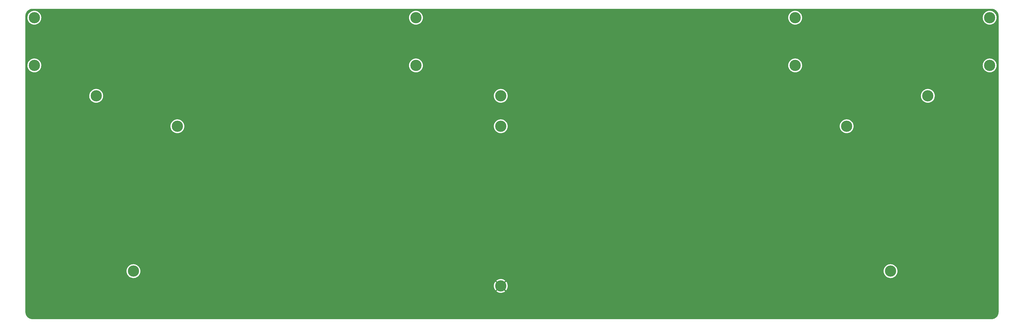
<source format=gbr>
G04 #@! TF.GenerationSoftware,KiCad,Pcbnew,(6.0.5)*
G04 #@! TF.CreationDate,2022-06-28T17:29:57-04:00*
G04 #@! TF.ProjectId,discipline-pcb,64697363-6970-46c6-996e-652d7063622e,rev?*
G04 #@! TF.SameCoordinates,Original*
G04 #@! TF.FileFunction,Copper,L2,Bot*
G04 #@! TF.FilePolarity,Positive*
%FSLAX46Y46*%
G04 Gerber Fmt 4.6, Leading zero omitted, Abs format (unit mm)*
G04 Created by KiCad (PCBNEW (6.0.5)) date 2022-06-28 17:29:57*
%MOMM*%
%LPD*%
G01*
G04 APERTURE LIST*
G04 #@! TA.AperFunction,ComponentPad*
%ADD10C,4.400000*%
G04 #@! TD*
G04 #@! TA.AperFunction,ViaPad*
%ADD11C,0.800000*%
G04 #@! TD*
G04 APERTURE END LIST*
D10*
X23630312Y-80444750D03*
X23630312Y-61694750D03*
X397578048Y-61694750D03*
X397578048Y-80444750D03*
X62429818Y-161146960D03*
X358778542Y-161146960D03*
X79618653Y-104302994D03*
X341589707Y-104302994D03*
X206213345Y-104302994D03*
X321438048Y-80444750D03*
X321438048Y-61694750D03*
X206213345Y-166958110D03*
X373371108Y-92373872D03*
X47837252Y-92373872D03*
X206213345Y-92373872D03*
X172991085Y-61694750D03*
X172991085Y-80444750D03*
D11*
X79617830Y-119024400D03*
G04 #@! TA.AperFunction,Conductor*
G36*
X398241009Y-58204750D02*
G01*
X398255842Y-58207060D01*
X398255846Y-58207060D01*
X398264715Y-58208441D01*
X398273617Y-58207277D01*
X398273619Y-58207277D01*
X398277927Y-58206713D01*
X398282711Y-58206088D01*
X398306108Y-58205222D01*
X398577272Y-58220450D01*
X398591300Y-58222030D01*
X398886758Y-58272230D01*
X398900520Y-58275370D01*
X398987901Y-58300544D01*
X399188499Y-58358335D01*
X399201836Y-58363002D01*
X399478708Y-58477686D01*
X399491439Y-58483817D01*
X399753721Y-58628774D01*
X399765675Y-58636284D01*
X399765692Y-58636296D01*
X400010097Y-58809711D01*
X400021144Y-58818521D01*
X400244597Y-59018211D01*
X400254587Y-59028201D01*
X400285104Y-59062349D01*
X400454278Y-59251655D01*
X400463088Y-59262702D01*
X400636508Y-59507115D01*
X400644025Y-59519079D01*
X400788985Y-59781363D01*
X400795116Y-59794094D01*
X400909797Y-60070962D01*
X400914464Y-60084298D01*
X400997428Y-60372272D01*
X401000570Y-60386040D01*
X401041573Y-60627368D01*
X401050769Y-60681492D01*
X401052350Y-60695527D01*
X401054408Y-60732156D01*
X401067169Y-60959392D01*
X401065867Y-60985838D01*
X401064357Y-60995532D01*
X401067159Y-61016958D01*
X401068484Y-61027091D01*
X401069548Y-61043429D01*
X401069548Y-177145799D01*
X401068048Y-177165183D01*
X401064357Y-177188890D01*
X401065521Y-177197792D01*
X401065521Y-177197795D01*
X401066710Y-177206884D01*
X401067576Y-177230284D01*
X401052352Y-177501443D01*
X401050771Y-177515476D01*
X401041576Y-177569598D01*
X401000574Y-177810933D01*
X400997430Y-177824708D01*
X400914469Y-178112682D01*
X400909802Y-178126019D01*
X400795124Y-178402881D01*
X400788994Y-178415612D01*
X400644028Y-178677913D01*
X400636510Y-178689877D01*
X400463096Y-178934285D01*
X400454286Y-178945332D01*
X400254600Y-179168783D01*
X400244609Y-179178775D01*
X400021145Y-179378475D01*
X400010098Y-179387284D01*
X399765696Y-179560698D01*
X399753732Y-179568216D01*
X399491437Y-179713182D01*
X399478714Y-179719309D01*
X399476136Y-179720377D01*
X399201841Y-179833994D01*
X399188504Y-179838661D01*
X398900531Y-179921624D01*
X398886756Y-179924768D01*
X398739032Y-179949867D01*
X398591303Y-179974968D01*
X398577270Y-179976549D01*
X398313530Y-179991359D01*
X398287082Y-179990056D01*
X398286691Y-179989995D01*
X398286139Y-179989909D01*
X398286137Y-179989909D01*
X398277267Y-179988528D01*
X398268365Y-179989692D01*
X398268363Y-179989692D01*
X398253314Y-179991660D01*
X398245705Y-179992655D01*
X398229370Y-179993719D01*
X22989449Y-179993719D01*
X22970177Y-179992236D01*
X22955054Y-179989895D01*
X22955052Y-179989895D01*
X22946181Y-179988522D01*
X22937280Y-179989694D01*
X22928187Y-179990891D01*
X22904788Y-179991777D01*
X22633621Y-179976795D01*
X22619579Y-179975226D01*
X22324081Y-179925295D01*
X22310303Y-179922163D01*
X22022264Y-179839464D01*
X22008922Y-179834809D01*
X21731950Y-179720377D01*
X21719215Y-179714258D01*
X21456794Y-179569534D01*
X21444823Y-179562028D01*
X21200261Y-179388836D01*
X21189205Y-179380036D01*
X21122360Y-179320408D01*
X20965565Y-179180543D01*
X20955566Y-179170562D01*
X20755673Y-178947290D01*
X20746853Y-178936251D01*
X20573213Y-178691998D01*
X20565685Y-178680041D01*
X20420485Y-178417884D01*
X20414343Y-178405159D01*
X20372375Y-178304097D01*
X20299410Y-178128396D01*
X20294731Y-178115063D01*
X20245233Y-177943834D01*
X20211508Y-177827169D01*
X20208352Y-177813402D01*
X20157883Y-177517989D01*
X20156289Y-177503949D01*
X20141232Y-177240102D01*
X20142509Y-177213654D01*
X20142635Y-177212842D01*
X20142635Y-177212839D01*
X20144008Y-177203969D01*
X20139890Y-177172696D01*
X20138812Y-177156246D01*
X20138812Y-169044533D01*
X204492048Y-169044533D01*
X204499572Y-169054964D01*
X204638828Y-169167130D01*
X204645002Y-169171518D01*
X204915616Y-169340288D01*
X204922276Y-169343904D01*
X205211197Y-169478937D01*
X205218250Y-169481730D01*
X205521315Y-169581080D01*
X205528627Y-169582998D01*
X205841437Y-169645219D01*
X205848935Y-169646247D01*
X206166955Y-169670438D01*
X206174518Y-169670556D01*
X206493130Y-169656367D01*
X206500671Y-169655575D01*
X206815269Y-169603211D01*
X206822647Y-169601521D01*
X207128700Y-169511735D01*
X207135795Y-169509181D01*
X207428841Y-169383279D01*
X207435608Y-169379875D01*
X207711387Y-169219690D01*
X207717694Y-169215500D01*
X207927650Y-169056999D01*
X207936106Y-169045606D01*
X207929390Y-169033366D01*
X206226155Y-167330130D01*
X206212214Y-167322518D01*
X206210379Y-167322649D01*
X206203765Y-167326900D01*
X204499163Y-169031503D01*
X204492048Y-169044533D01*
X20138812Y-169044533D01*
X20138812Y-166933493D01*
X203500733Y-166933493D01*
X203516590Y-167252024D01*
X203517421Y-167259553D01*
X203571430Y-167573869D01*
X203573163Y-167581256D01*
X203664541Y-167886805D01*
X203667144Y-167893918D01*
X203794572Y-168186283D01*
X203798014Y-168193039D01*
X203959641Y-168467975D01*
X203963864Y-168474260D01*
X204114808Y-168672044D01*
X204126334Y-168680506D01*
X204138399Y-168673845D01*
X205841325Y-166970920D01*
X205847702Y-166959241D01*
X206577753Y-166959241D01*
X206577884Y-166961076D01*
X206582135Y-166967690D01*
X208286630Y-168672184D01*
X208299753Y-168679350D01*
X208310054Y-168671961D01*
X208414096Y-168544165D01*
X208418509Y-168538024D01*
X208588694Y-168268297D01*
X208592350Y-168261646D01*
X208728889Y-167973445D01*
X208731720Y-167966405D01*
X208832651Y-167663877D01*
X208834615Y-167656543D01*
X208898467Y-167344099D01*
X208899539Y-167336575D01*
X208925518Y-167017161D01*
X208925723Y-167012686D01*
X208926272Y-166960331D01*
X208926162Y-166955899D01*
X208906874Y-166635963D01*
X208905966Y-166628461D01*
X208848664Y-166314703D01*
X208846863Y-166307370D01*
X208752280Y-166002765D01*
X208749608Y-165995693D01*
X208619126Y-165704680D01*
X208615609Y-165697953D01*
X208451116Y-165424731D01*
X208446826Y-165418487D01*
X208311336Y-165244757D01*
X208299544Y-165236288D01*
X208287831Y-165242835D01*
X206585365Y-166945300D01*
X206577753Y-166959241D01*
X205847702Y-166959241D01*
X205848937Y-166956979D01*
X205848806Y-166955144D01*
X205844555Y-166948530D01*
X204139790Y-165243766D01*
X204126855Y-165236702D01*
X204116294Y-165244362D01*
X203996111Y-165395182D01*
X203991755Y-165401380D01*
X203824404Y-165672874D01*
X203820824Y-165679550D01*
X203687301Y-165969184D01*
X203684551Y-165976235D01*
X203586789Y-166279818D01*
X203584906Y-166287151D01*
X203524324Y-166600280D01*
X203523337Y-166607780D01*
X203500812Y-166925912D01*
X203500733Y-166933493D01*
X20138812Y-166933493D01*
X20138812Y-164871533D01*
X204491262Y-164871533D01*
X204497865Y-164883419D01*
X206200535Y-166586090D01*
X206214476Y-166593702D01*
X206216311Y-166593571D01*
X206222925Y-166589320D01*
X207927904Y-164884340D01*
X207934916Y-164871499D01*
X207927122Y-164860811D01*
X207764643Y-164732723D01*
X207758420Y-164728398D01*
X207486047Y-164562467D01*
X207479370Y-164558932D01*
X207189031Y-164426923D01*
X207181961Y-164424209D01*
X206877882Y-164328042D01*
X206870531Y-164326195D01*
X206557091Y-164267252D01*
X206549582Y-164266304D01*
X206231334Y-164245445D01*
X206223769Y-164245405D01*
X205905309Y-164262931D01*
X205897795Y-164263800D01*
X205583750Y-164319458D01*
X205576389Y-164321225D01*
X205271325Y-164414202D01*
X205264205Y-164416850D01*
X204972527Y-164545800D01*
X204965790Y-164549277D01*
X204691700Y-164712343D01*
X204685436Y-164716600D01*
X204499730Y-164859872D01*
X204491262Y-164871533D01*
X20138812Y-164871533D01*
X20138812Y-161118545D01*
X59716516Y-161118545D01*
X59732754Y-161444719D01*
X59733395Y-161448450D01*
X59733396Y-161448458D01*
X59747927Y-161533020D01*
X59788059Y-161766579D01*
X59881632Y-162079464D01*
X60012115Y-162378841D01*
X60014038Y-162382112D01*
X60014040Y-162382116D01*
X60056402Y-162454175D01*
X60177620Y-162660374D01*
X60179921Y-162663389D01*
X60373449Y-162916972D01*
X60373454Y-162916977D01*
X60375749Y-162919985D01*
X60603632Y-163153913D01*
X60676453Y-163212567D01*
X60855014Y-163356391D01*
X60855019Y-163356395D01*
X60857967Y-163358769D01*
X61135071Y-163531587D01*
X61430930Y-163669863D01*
X61741258Y-163771594D01*
X62061560Y-163835306D01*
X62065332Y-163835593D01*
X62065340Y-163835594D01*
X62383420Y-163859789D01*
X62383425Y-163859789D01*
X62387197Y-163860076D01*
X62713451Y-163845546D01*
X62773243Y-163835594D01*
X63031855Y-163792550D01*
X63031860Y-163792549D01*
X63035596Y-163791927D01*
X63348967Y-163699994D01*
X63352434Y-163698504D01*
X63352438Y-163698503D01*
X63645539Y-163572576D01*
X63645541Y-163572575D01*
X63649023Y-163571079D01*
X63931419Y-163407051D01*
X64192063Y-163210284D01*
X64427181Y-162983630D01*
X64633367Y-162730370D01*
X64807633Y-162454175D01*
X64947456Y-162159044D01*
X64974006Y-162079464D01*
X65049608Y-161852857D01*
X65049610Y-161852851D01*
X65050810Y-161849253D01*
X65116199Y-161529289D01*
X65122774Y-161448458D01*
X65142492Y-161206021D01*
X65142674Y-161203786D01*
X65143269Y-161146960D01*
X65141556Y-161118545D01*
X356065240Y-161118545D01*
X356081478Y-161444719D01*
X356082119Y-161448450D01*
X356082120Y-161448458D01*
X356096651Y-161533020D01*
X356136783Y-161766579D01*
X356230356Y-162079464D01*
X356360839Y-162378841D01*
X356362762Y-162382112D01*
X356362764Y-162382116D01*
X356405126Y-162454175D01*
X356526344Y-162660374D01*
X356528645Y-162663389D01*
X356722173Y-162916972D01*
X356722178Y-162916977D01*
X356724473Y-162919985D01*
X356952356Y-163153913D01*
X357025177Y-163212567D01*
X357203738Y-163356391D01*
X357203743Y-163356395D01*
X357206691Y-163358769D01*
X357483795Y-163531587D01*
X357779654Y-163669863D01*
X358089982Y-163771594D01*
X358410284Y-163835306D01*
X358414056Y-163835593D01*
X358414064Y-163835594D01*
X358732144Y-163859789D01*
X358732149Y-163859789D01*
X358735921Y-163860076D01*
X359062175Y-163845546D01*
X359121967Y-163835594D01*
X359380579Y-163792550D01*
X359380584Y-163792549D01*
X359384320Y-163791927D01*
X359697691Y-163699994D01*
X359701158Y-163698504D01*
X359701162Y-163698503D01*
X359994263Y-163572576D01*
X359994265Y-163572575D01*
X359997747Y-163571079D01*
X360280143Y-163407051D01*
X360540787Y-163210284D01*
X360775905Y-162983630D01*
X360982091Y-162730370D01*
X361156357Y-162454175D01*
X361296180Y-162159044D01*
X361322730Y-162079464D01*
X361398332Y-161852857D01*
X361398334Y-161852851D01*
X361399534Y-161849253D01*
X361464923Y-161529289D01*
X361471498Y-161448458D01*
X361491216Y-161206021D01*
X361491398Y-161203786D01*
X361491993Y-161146960D01*
X361490052Y-161114756D01*
X361472568Y-160824753D01*
X361472568Y-160824749D01*
X361472340Y-160820975D01*
X361467192Y-160792784D01*
X361414347Y-160503433D01*
X361414346Y-160503429D01*
X361413667Y-160499711D01*
X361406264Y-160475867D01*
X361317946Y-160191437D01*
X361316824Y-160187823D01*
X361183212Y-159889829D01*
X361014768Y-159610044D01*
X361012441Y-159607060D01*
X361012436Y-159607053D01*
X360816268Y-159355518D01*
X360816266Y-159355516D01*
X360813932Y-159352523D01*
X360583612Y-159120994D01*
X360327145Y-158918812D01*
X360048247Y-158748905D01*
X360044803Y-158747339D01*
X360044799Y-158747337D01*
X359934209Y-158697055D01*
X359750956Y-158613735D01*
X359439579Y-158515260D01*
X359222034Y-158474350D01*
X359122351Y-158455605D01*
X359122349Y-158455605D01*
X359118628Y-158454905D01*
X358792750Y-158433546D01*
X358788970Y-158433754D01*
X358788969Y-158433754D01*
X358691439Y-158439122D01*
X358466666Y-158451492D01*
X358462939Y-158452153D01*
X358462935Y-158452153D01*
X358305883Y-158479987D01*
X358145099Y-158508482D01*
X358141483Y-158509584D01*
X358141475Y-158509586D01*
X357836331Y-158602587D01*
X357832709Y-158603691D01*
X357534019Y-158735741D01*
X357508583Y-158750874D01*
X357256616Y-158900777D01*
X357256610Y-158900781D01*
X357253356Y-158902717D01*
X356994786Y-159102203D01*
X356762055Y-159331307D01*
X356759691Y-159334274D01*
X356759688Y-159334277D01*
X356742762Y-159355518D01*
X356558533Y-159586711D01*
X356387168Y-159864717D01*
X356250444Y-160161296D01*
X356249283Y-160164900D01*
X356249283Y-160164901D01*
X356240738Y-160191437D01*
X356150339Y-160472152D01*
X356149621Y-160475863D01*
X356149620Y-160475867D01*
X356089024Y-160789065D01*
X356089023Y-160789074D01*
X356088305Y-160792784D01*
X356065240Y-161118545D01*
X65141556Y-161118545D01*
X65141328Y-161114756D01*
X65123844Y-160824753D01*
X65123844Y-160824749D01*
X65123616Y-160820975D01*
X65118468Y-160792784D01*
X65065623Y-160503433D01*
X65065622Y-160503429D01*
X65064943Y-160499711D01*
X65057540Y-160475867D01*
X64969222Y-160191437D01*
X64968100Y-160187823D01*
X64834488Y-159889829D01*
X64666044Y-159610044D01*
X64663717Y-159607060D01*
X64663712Y-159607053D01*
X64467544Y-159355518D01*
X64467542Y-159355516D01*
X64465208Y-159352523D01*
X64234888Y-159120994D01*
X63978421Y-158918812D01*
X63699523Y-158748905D01*
X63696079Y-158747339D01*
X63696075Y-158747337D01*
X63585485Y-158697055D01*
X63402232Y-158613735D01*
X63090855Y-158515260D01*
X62873310Y-158474350D01*
X62773627Y-158455605D01*
X62773625Y-158455605D01*
X62769904Y-158454905D01*
X62444026Y-158433546D01*
X62440246Y-158433754D01*
X62440245Y-158433754D01*
X62342715Y-158439122D01*
X62117942Y-158451492D01*
X62114215Y-158452153D01*
X62114211Y-158452153D01*
X61957158Y-158479987D01*
X61796375Y-158508482D01*
X61792759Y-158509584D01*
X61792751Y-158509586D01*
X61487607Y-158602587D01*
X61483985Y-158603691D01*
X61185295Y-158735741D01*
X61159859Y-158750874D01*
X60907892Y-158900777D01*
X60907886Y-158900781D01*
X60904632Y-158902717D01*
X60646062Y-159102203D01*
X60413331Y-159331307D01*
X60410967Y-159334274D01*
X60410964Y-159334277D01*
X60394038Y-159355518D01*
X60209809Y-159586711D01*
X60038444Y-159864717D01*
X59901720Y-160161296D01*
X59900559Y-160164900D01*
X59900559Y-160164901D01*
X59892014Y-160191437D01*
X59801615Y-160472152D01*
X59800897Y-160475863D01*
X59800896Y-160475867D01*
X59740300Y-160789065D01*
X59740299Y-160789074D01*
X59739581Y-160792784D01*
X59716516Y-161118545D01*
X20138812Y-161118545D01*
X20138812Y-104274579D01*
X76905351Y-104274579D01*
X76921589Y-104600753D01*
X76922230Y-104604484D01*
X76922231Y-104604492D01*
X76936762Y-104689054D01*
X76976894Y-104922613D01*
X77070467Y-105235498D01*
X77200950Y-105534875D01*
X77202873Y-105538146D01*
X77202875Y-105538150D01*
X77245237Y-105610209D01*
X77366455Y-105816408D01*
X77368756Y-105819423D01*
X77562284Y-106073006D01*
X77562289Y-106073011D01*
X77564584Y-106076019D01*
X77792467Y-106309947D01*
X77865288Y-106368601D01*
X78043849Y-106512425D01*
X78043854Y-106512429D01*
X78046802Y-106514803D01*
X78323906Y-106687621D01*
X78619765Y-106825897D01*
X78930093Y-106927628D01*
X79250395Y-106991340D01*
X79254167Y-106991627D01*
X79254175Y-106991628D01*
X79572255Y-107015823D01*
X79572260Y-107015823D01*
X79576032Y-107016110D01*
X79902286Y-107001580D01*
X79962078Y-106991628D01*
X80220690Y-106948584D01*
X80220695Y-106948583D01*
X80224431Y-106947961D01*
X80537802Y-106856028D01*
X80541269Y-106854538D01*
X80541273Y-106854537D01*
X80834374Y-106728610D01*
X80834376Y-106728609D01*
X80837858Y-106727113D01*
X81120254Y-106563085D01*
X81380898Y-106366318D01*
X81616016Y-106139664D01*
X81822202Y-105886404D01*
X81996468Y-105610209D01*
X82136291Y-105315078D01*
X82162841Y-105235498D01*
X82238443Y-105008891D01*
X82238445Y-105008885D01*
X82239645Y-105005287D01*
X82305034Y-104685323D01*
X82311609Y-104604492D01*
X82331327Y-104362055D01*
X82331509Y-104359820D01*
X82332104Y-104302994D01*
X82330391Y-104274579D01*
X203500043Y-104274579D01*
X203516281Y-104600753D01*
X203516922Y-104604484D01*
X203516923Y-104604492D01*
X203531454Y-104689054D01*
X203571586Y-104922613D01*
X203665159Y-105235498D01*
X203795642Y-105534875D01*
X203797565Y-105538146D01*
X203797567Y-105538150D01*
X203839929Y-105610209D01*
X203961147Y-105816408D01*
X203963448Y-105819423D01*
X204156976Y-106073006D01*
X204156981Y-106073011D01*
X204159276Y-106076019D01*
X204387159Y-106309947D01*
X204459980Y-106368601D01*
X204638541Y-106512425D01*
X204638546Y-106512429D01*
X204641494Y-106514803D01*
X204918598Y-106687621D01*
X205214457Y-106825897D01*
X205524785Y-106927628D01*
X205845087Y-106991340D01*
X205848859Y-106991627D01*
X205848867Y-106991628D01*
X206166947Y-107015823D01*
X206166952Y-107015823D01*
X206170724Y-107016110D01*
X206496978Y-107001580D01*
X206556770Y-106991628D01*
X206815382Y-106948584D01*
X206815387Y-106948583D01*
X206819123Y-106947961D01*
X207132494Y-106856028D01*
X207135961Y-106854538D01*
X207135965Y-106854537D01*
X207429066Y-106728610D01*
X207429068Y-106728609D01*
X207432550Y-106727113D01*
X207714946Y-106563085D01*
X207975590Y-106366318D01*
X208210708Y-106139664D01*
X208416894Y-105886404D01*
X208591160Y-105610209D01*
X208730983Y-105315078D01*
X208757533Y-105235498D01*
X208833135Y-105008891D01*
X208833137Y-105008885D01*
X208834337Y-105005287D01*
X208899726Y-104685323D01*
X208906301Y-104604492D01*
X208926019Y-104362055D01*
X208926201Y-104359820D01*
X208926796Y-104302994D01*
X208925083Y-104274579D01*
X338876405Y-104274579D01*
X338892643Y-104600753D01*
X338893284Y-104604484D01*
X338893285Y-104604492D01*
X338907816Y-104689054D01*
X338947948Y-104922613D01*
X339041521Y-105235498D01*
X339172004Y-105534875D01*
X339173927Y-105538146D01*
X339173929Y-105538150D01*
X339216291Y-105610209D01*
X339337509Y-105816408D01*
X339339810Y-105819423D01*
X339533338Y-106073006D01*
X339533343Y-106073011D01*
X339535638Y-106076019D01*
X339763521Y-106309947D01*
X339836342Y-106368601D01*
X340014903Y-106512425D01*
X340014908Y-106512429D01*
X340017856Y-106514803D01*
X340294960Y-106687621D01*
X340590819Y-106825897D01*
X340901147Y-106927628D01*
X341221449Y-106991340D01*
X341225221Y-106991627D01*
X341225229Y-106991628D01*
X341543309Y-107015823D01*
X341543314Y-107015823D01*
X341547086Y-107016110D01*
X341873340Y-107001580D01*
X341933132Y-106991628D01*
X342191744Y-106948584D01*
X342191749Y-106948583D01*
X342195485Y-106947961D01*
X342508856Y-106856028D01*
X342512323Y-106854538D01*
X342512327Y-106854537D01*
X342805428Y-106728610D01*
X342805430Y-106728609D01*
X342808912Y-106727113D01*
X343091308Y-106563085D01*
X343351952Y-106366318D01*
X343587070Y-106139664D01*
X343793256Y-105886404D01*
X343967522Y-105610209D01*
X344107345Y-105315078D01*
X344133895Y-105235498D01*
X344209497Y-105008891D01*
X344209499Y-105008885D01*
X344210699Y-105005287D01*
X344276088Y-104685323D01*
X344282663Y-104604492D01*
X344302381Y-104362055D01*
X344302563Y-104359820D01*
X344303158Y-104302994D01*
X344301217Y-104270790D01*
X344283733Y-103980787D01*
X344283733Y-103980783D01*
X344283505Y-103977009D01*
X344278357Y-103948818D01*
X344225512Y-103659467D01*
X344225511Y-103659463D01*
X344224832Y-103655745D01*
X344217429Y-103631901D01*
X344129111Y-103347471D01*
X344127989Y-103343857D01*
X343994377Y-103045863D01*
X343825933Y-102766078D01*
X343823606Y-102763094D01*
X343823601Y-102763087D01*
X343627433Y-102511552D01*
X343627431Y-102511550D01*
X343625097Y-102508557D01*
X343394777Y-102277028D01*
X343138310Y-102074846D01*
X342859412Y-101904939D01*
X342855968Y-101903373D01*
X342855964Y-101903371D01*
X342745374Y-101853089D01*
X342562121Y-101769769D01*
X342250744Y-101671294D01*
X342033199Y-101630384D01*
X341933516Y-101611639D01*
X341933514Y-101611639D01*
X341929793Y-101610939D01*
X341603915Y-101589580D01*
X341600135Y-101589788D01*
X341600134Y-101589788D01*
X341502604Y-101595156D01*
X341277831Y-101607526D01*
X341274104Y-101608187D01*
X341274100Y-101608187D01*
X341117047Y-101636021D01*
X340956264Y-101664516D01*
X340952648Y-101665618D01*
X340952640Y-101665620D01*
X340647496Y-101758621D01*
X340643874Y-101759725D01*
X340345184Y-101891775D01*
X340319748Y-101906908D01*
X340067781Y-102056811D01*
X340067775Y-102056815D01*
X340064521Y-102058751D01*
X339805951Y-102258237D01*
X339573220Y-102487341D01*
X339570856Y-102490308D01*
X339570853Y-102490311D01*
X339553927Y-102511552D01*
X339369698Y-102742745D01*
X339198333Y-103020751D01*
X339061609Y-103317330D01*
X339060448Y-103320934D01*
X339060448Y-103320935D01*
X339051903Y-103347471D01*
X338961504Y-103628186D01*
X338960786Y-103631897D01*
X338960785Y-103631901D01*
X338900189Y-103945099D01*
X338900188Y-103945108D01*
X338899470Y-103948818D01*
X338876405Y-104274579D01*
X208925083Y-104274579D01*
X208924855Y-104270790D01*
X208907371Y-103980787D01*
X208907371Y-103980783D01*
X208907143Y-103977009D01*
X208901995Y-103948818D01*
X208849150Y-103659467D01*
X208849149Y-103659463D01*
X208848470Y-103655745D01*
X208841067Y-103631901D01*
X208752749Y-103347471D01*
X208751627Y-103343857D01*
X208618015Y-103045863D01*
X208449571Y-102766078D01*
X208447244Y-102763094D01*
X208447239Y-102763087D01*
X208251071Y-102511552D01*
X208251069Y-102511550D01*
X208248735Y-102508557D01*
X208018415Y-102277028D01*
X207761948Y-102074846D01*
X207483050Y-101904939D01*
X207479606Y-101903373D01*
X207479602Y-101903371D01*
X207369012Y-101853089D01*
X207185759Y-101769769D01*
X206874382Y-101671294D01*
X206656837Y-101630384D01*
X206557154Y-101611639D01*
X206557152Y-101611639D01*
X206553431Y-101610939D01*
X206227553Y-101589580D01*
X206223773Y-101589788D01*
X206223772Y-101589788D01*
X206126242Y-101595156D01*
X205901469Y-101607526D01*
X205897742Y-101608187D01*
X205897738Y-101608187D01*
X205740685Y-101636021D01*
X205579902Y-101664516D01*
X205576286Y-101665618D01*
X205576278Y-101665620D01*
X205271134Y-101758621D01*
X205267512Y-101759725D01*
X204968822Y-101891775D01*
X204943386Y-101906908D01*
X204691419Y-102056811D01*
X204691413Y-102056815D01*
X204688159Y-102058751D01*
X204429589Y-102258237D01*
X204196858Y-102487341D01*
X204194494Y-102490308D01*
X204194491Y-102490311D01*
X204177565Y-102511552D01*
X203993336Y-102742745D01*
X203821971Y-103020751D01*
X203685247Y-103317330D01*
X203684086Y-103320934D01*
X203684086Y-103320935D01*
X203675541Y-103347471D01*
X203585142Y-103628186D01*
X203584424Y-103631897D01*
X203584423Y-103631901D01*
X203523827Y-103945099D01*
X203523826Y-103945108D01*
X203523108Y-103948818D01*
X203500043Y-104274579D01*
X82330391Y-104274579D01*
X82330163Y-104270790D01*
X82312679Y-103980787D01*
X82312679Y-103980783D01*
X82312451Y-103977009D01*
X82307303Y-103948818D01*
X82254458Y-103659467D01*
X82254457Y-103659463D01*
X82253778Y-103655745D01*
X82246375Y-103631901D01*
X82158057Y-103347471D01*
X82156935Y-103343857D01*
X82023323Y-103045863D01*
X81854879Y-102766078D01*
X81852552Y-102763094D01*
X81852547Y-102763087D01*
X81656379Y-102511552D01*
X81656377Y-102511550D01*
X81654043Y-102508557D01*
X81423723Y-102277028D01*
X81167256Y-102074846D01*
X80888358Y-101904939D01*
X80884914Y-101903373D01*
X80884910Y-101903371D01*
X80774320Y-101853089D01*
X80591067Y-101769769D01*
X80279690Y-101671294D01*
X80062145Y-101630384D01*
X79962462Y-101611639D01*
X79962460Y-101611639D01*
X79958739Y-101610939D01*
X79632861Y-101589580D01*
X79629081Y-101589788D01*
X79629080Y-101589788D01*
X79531550Y-101595156D01*
X79306777Y-101607526D01*
X79303050Y-101608187D01*
X79303046Y-101608187D01*
X79145993Y-101636021D01*
X78985210Y-101664516D01*
X78981594Y-101665618D01*
X78981586Y-101665620D01*
X78676442Y-101758621D01*
X78672820Y-101759725D01*
X78374130Y-101891775D01*
X78348694Y-101906908D01*
X78096727Y-102056811D01*
X78096721Y-102056815D01*
X78093467Y-102058751D01*
X77834897Y-102258237D01*
X77602166Y-102487341D01*
X77599802Y-102490308D01*
X77599799Y-102490311D01*
X77582873Y-102511552D01*
X77398644Y-102742745D01*
X77227279Y-103020751D01*
X77090555Y-103317330D01*
X77089394Y-103320934D01*
X77089394Y-103320935D01*
X77080849Y-103347471D01*
X76990450Y-103628186D01*
X76989732Y-103631897D01*
X76989731Y-103631901D01*
X76929135Y-103945099D01*
X76929134Y-103945108D01*
X76928416Y-103948818D01*
X76905351Y-104274579D01*
X20138812Y-104274579D01*
X20138812Y-92345457D01*
X45123950Y-92345457D01*
X45140188Y-92671631D01*
X45140829Y-92675362D01*
X45140830Y-92675370D01*
X45155361Y-92759932D01*
X45195493Y-92993491D01*
X45289066Y-93306376D01*
X45419549Y-93605753D01*
X45421472Y-93609024D01*
X45421474Y-93609028D01*
X45463836Y-93681087D01*
X45585054Y-93887286D01*
X45587355Y-93890301D01*
X45780883Y-94143884D01*
X45780888Y-94143889D01*
X45783183Y-94146897D01*
X46011066Y-94380825D01*
X46083887Y-94439479D01*
X46262448Y-94583303D01*
X46262453Y-94583307D01*
X46265401Y-94585681D01*
X46542505Y-94758499D01*
X46838364Y-94896775D01*
X47148692Y-94998506D01*
X47468994Y-95062218D01*
X47472766Y-95062505D01*
X47472774Y-95062506D01*
X47790854Y-95086701D01*
X47790859Y-95086701D01*
X47794631Y-95086988D01*
X48120885Y-95072458D01*
X48180677Y-95062506D01*
X48439289Y-95019462D01*
X48439294Y-95019461D01*
X48443030Y-95018839D01*
X48756401Y-94926906D01*
X48759868Y-94925416D01*
X48759872Y-94925415D01*
X49052973Y-94799488D01*
X49052975Y-94799487D01*
X49056457Y-94797991D01*
X49338853Y-94633963D01*
X49599497Y-94437196D01*
X49834615Y-94210542D01*
X50040801Y-93957282D01*
X50215067Y-93681087D01*
X50354890Y-93385956D01*
X50381440Y-93306376D01*
X50457042Y-93079769D01*
X50457044Y-93079763D01*
X50458244Y-93076165D01*
X50523633Y-92756201D01*
X50530208Y-92675370D01*
X50549926Y-92432933D01*
X50550108Y-92430698D01*
X50550703Y-92373872D01*
X50548990Y-92345457D01*
X203500043Y-92345457D01*
X203516281Y-92671631D01*
X203516922Y-92675362D01*
X203516923Y-92675370D01*
X203531454Y-92759932D01*
X203571586Y-92993491D01*
X203665159Y-93306376D01*
X203795642Y-93605753D01*
X203797565Y-93609024D01*
X203797567Y-93609028D01*
X203839929Y-93681087D01*
X203961147Y-93887286D01*
X203963448Y-93890301D01*
X204156976Y-94143884D01*
X204156981Y-94143889D01*
X204159276Y-94146897D01*
X204387159Y-94380825D01*
X204459980Y-94439479D01*
X204638541Y-94583303D01*
X204638546Y-94583307D01*
X204641494Y-94585681D01*
X204918598Y-94758499D01*
X205214457Y-94896775D01*
X205524785Y-94998506D01*
X205845087Y-95062218D01*
X205848859Y-95062505D01*
X205848867Y-95062506D01*
X206166947Y-95086701D01*
X206166952Y-95086701D01*
X206170724Y-95086988D01*
X206496978Y-95072458D01*
X206556770Y-95062506D01*
X206815382Y-95019462D01*
X206815387Y-95019461D01*
X206819123Y-95018839D01*
X207132494Y-94926906D01*
X207135961Y-94925416D01*
X207135965Y-94925415D01*
X207429066Y-94799488D01*
X207429068Y-94799487D01*
X207432550Y-94797991D01*
X207714946Y-94633963D01*
X207975590Y-94437196D01*
X208210708Y-94210542D01*
X208416894Y-93957282D01*
X208591160Y-93681087D01*
X208730983Y-93385956D01*
X208757533Y-93306376D01*
X208833135Y-93079769D01*
X208833137Y-93079763D01*
X208834337Y-93076165D01*
X208899726Y-92756201D01*
X208906301Y-92675370D01*
X208926019Y-92432933D01*
X208926201Y-92430698D01*
X208926796Y-92373872D01*
X208925083Y-92345457D01*
X370657806Y-92345457D01*
X370674044Y-92671631D01*
X370674685Y-92675362D01*
X370674686Y-92675370D01*
X370689217Y-92759932D01*
X370729349Y-92993491D01*
X370822922Y-93306376D01*
X370953405Y-93605753D01*
X370955328Y-93609024D01*
X370955330Y-93609028D01*
X370997692Y-93681087D01*
X371118910Y-93887286D01*
X371121211Y-93890301D01*
X371314739Y-94143884D01*
X371314744Y-94143889D01*
X371317039Y-94146897D01*
X371544922Y-94380825D01*
X371617743Y-94439479D01*
X371796304Y-94583303D01*
X371796309Y-94583307D01*
X371799257Y-94585681D01*
X372076361Y-94758499D01*
X372372220Y-94896775D01*
X372682548Y-94998506D01*
X373002850Y-95062218D01*
X373006622Y-95062505D01*
X373006630Y-95062506D01*
X373324710Y-95086701D01*
X373324715Y-95086701D01*
X373328487Y-95086988D01*
X373654741Y-95072458D01*
X373714533Y-95062506D01*
X373973145Y-95019462D01*
X373973150Y-95019461D01*
X373976886Y-95018839D01*
X374290257Y-94926906D01*
X374293724Y-94925416D01*
X374293728Y-94925415D01*
X374586829Y-94799488D01*
X374586831Y-94799487D01*
X374590313Y-94797991D01*
X374872709Y-94633963D01*
X375133353Y-94437196D01*
X375368471Y-94210542D01*
X375574657Y-93957282D01*
X375748923Y-93681087D01*
X375888746Y-93385956D01*
X375915296Y-93306376D01*
X375990898Y-93079769D01*
X375990900Y-93079763D01*
X375992100Y-93076165D01*
X376057489Y-92756201D01*
X376064064Y-92675370D01*
X376083782Y-92432933D01*
X376083964Y-92430698D01*
X376084559Y-92373872D01*
X376082618Y-92341668D01*
X376065134Y-92051665D01*
X376065134Y-92051661D01*
X376064906Y-92047887D01*
X376059758Y-92019696D01*
X376006913Y-91730345D01*
X376006912Y-91730341D01*
X376006233Y-91726623D01*
X375998830Y-91702779D01*
X375910512Y-91418349D01*
X375909390Y-91414735D01*
X375775778Y-91116741D01*
X375607334Y-90836956D01*
X375605007Y-90833972D01*
X375605002Y-90833965D01*
X375408834Y-90582430D01*
X375408832Y-90582428D01*
X375406498Y-90579435D01*
X375176178Y-90347906D01*
X374919711Y-90145724D01*
X374640813Y-89975817D01*
X374637369Y-89974251D01*
X374637365Y-89974249D01*
X374526775Y-89923967D01*
X374343522Y-89840647D01*
X374032145Y-89742172D01*
X373814600Y-89701262D01*
X373714917Y-89682517D01*
X373714915Y-89682517D01*
X373711194Y-89681817D01*
X373385316Y-89660458D01*
X373381536Y-89660666D01*
X373381535Y-89660666D01*
X373284005Y-89666034D01*
X373059232Y-89678404D01*
X373055505Y-89679065D01*
X373055501Y-89679065D01*
X372898449Y-89706899D01*
X372737665Y-89735394D01*
X372734049Y-89736496D01*
X372734041Y-89736498D01*
X372428897Y-89829499D01*
X372425275Y-89830603D01*
X372126585Y-89962653D01*
X372101149Y-89977786D01*
X371849182Y-90127689D01*
X371849176Y-90127693D01*
X371845922Y-90129629D01*
X371587352Y-90329115D01*
X371354621Y-90558219D01*
X371352257Y-90561186D01*
X371352254Y-90561189D01*
X371335328Y-90582430D01*
X371151099Y-90813623D01*
X370979734Y-91091629D01*
X370843010Y-91388208D01*
X370841849Y-91391812D01*
X370841849Y-91391813D01*
X370833304Y-91418349D01*
X370742905Y-91699064D01*
X370742187Y-91702775D01*
X370742186Y-91702779D01*
X370681590Y-92015977D01*
X370681589Y-92015986D01*
X370680871Y-92019696D01*
X370657806Y-92345457D01*
X208925083Y-92345457D01*
X208924855Y-92341668D01*
X208907371Y-92051665D01*
X208907371Y-92051661D01*
X208907143Y-92047887D01*
X208901995Y-92019696D01*
X208849150Y-91730345D01*
X208849149Y-91730341D01*
X208848470Y-91726623D01*
X208841067Y-91702779D01*
X208752749Y-91418349D01*
X208751627Y-91414735D01*
X208618015Y-91116741D01*
X208449571Y-90836956D01*
X208447244Y-90833972D01*
X208447239Y-90833965D01*
X208251071Y-90582430D01*
X208251069Y-90582428D01*
X208248735Y-90579435D01*
X208018415Y-90347906D01*
X207761948Y-90145724D01*
X207483050Y-89975817D01*
X207479606Y-89974251D01*
X207479602Y-89974249D01*
X207369012Y-89923967D01*
X207185759Y-89840647D01*
X206874382Y-89742172D01*
X206656837Y-89701262D01*
X206557154Y-89682517D01*
X206557152Y-89682517D01*
X206553431Y-89681817D01*
X206227553Y-89660458D01*
X206223773Y-89660666D01*
X206223772Y-89660666D01*
X206126242Y-89666034D01*
X205901469Y-89678404D01*
X205897742Y-89679065D01*
X205897738Y-89679065D01*
X205740686Y-89706899D01*
X205579902Y-89735394D01*
X205576286Y-89736496D01*
X205576278Y-89736498D01*
X205271134Y-89829499D01*
X205267512Y-89830603D01*
X204968822Y-89962653D01*
X204943386Y-89977786D01*
X204691419Y-90127689D01*
X204691413Y-90127693D01*
X204688159Y-90129629D01*
X204429589Y-90329115D01*
X204196858Y-90558219D01*
X204194494Y-90561186D01*
X204194491Y-90561189D01*
X204177565Y-90582430D01*
X203993336Y-90813623D01*
X203821971Y-91091629D01*
X203685247Y-91388208D01*
X203684086Y-91391812D01*
X203684086Y-91391813D01*
X203675541Y-91418349D01*
X203585142Y-91699064D01*
X203584424Y-91702775D01*
X203584423Y-91702779D01*
X203523827Y-92015977D01*
X203523826Y-92015986D01*
X203523108Y-92019696D01*
X203500043Y-92345457D01*
X50548990Y-92345457D01*
X50548762Y-92341668D01*
X50531278Y-92051665D01*
X50531278Y-92051661D01*
X50531050Y-92047887D01*
X50525902Y-92019696D01*
X50473057Y-91730345D01*
X50473056Y-91730341D01*
X50472377Y-91726623D01*
X50464974Y-91702779D01*
X50376656Y-91418349D01*
X50375534Y-91414735D01*
X50241922Y-91116741D01*
X50073478Y-90836956D01*
X50071151Y-90833972D01*
X50071146Y-90833965D01*
X49874978Y-90582430D01*
X49874976Y-90582428D01*
X49872642Y-90579435D01*
X49642322Y-90347906D01*
X49385855Y-90145724D01*
X49106957Y-89975817D01*
X49103513Y-89974251D01*
X49103509Y-89974249D01*
X48992919Y-89923967D01*
X48809666Y-89840647D01*
X48498289Y-89742172D01*
X48280744Y-89701262D01*
X48181061Y-89682517D01*
X48181059Y-89682517D01*
X48177338Y-89681817D01*
X47851460Y-89660458D01*
X47847680Y-89660666D01*
X47847679Y-89660666D01*
X47750149Y-89666034D01*
X47525376Y-89678404D01*
X47521649Y-89679065D01*
X47521645Y-89679065D01*
X47364593Y-89706899D01*
X47203809Y-89735394D01*
X47200193Y-89736496D01*
X47200185Y-89736498D01*
X46895041Y-89829499D01*
X46891419Y-89830603D01*
X46592729Y-89962653D01*
X46567293Y-89977786D01*
X46315326Y-90127689D01*
X46315320Y-90127693D01*
X46312066Y-90129629D01*
X46053496Y-90329115D01*
X45820765Y-90558219D01*
X45818401Y-90561186D01*
X45818398Y-90561189D01*
X45801472Y-90582430D01*
X45617243Y-90813623D01*
X45445878Y-91091629D01*
X45309154Y-91388208D01*
X45307993Y-91391812D01*
X45307993Y-91391813D01*
X45299448Y-91418349D01*
X45209049Y-91699064D01*
X45208331Y-91702775D01*
X45208330Y-91702779D01*
X45147734Y-92015977D01*
X45147733Y-92015986D01*
X45147015Y-92019696D01*
X45123950Y-92345457D01*
X20138812Y-92345457D01*
X20138812Y-80416335D01*
X20917010Y-80416335D01*
X20933248Y-80742509D01*
X20933889Y-80746240D01*
X20933890Y-80746248D01*
X20948421Y-80830810D01*
X20988553Y-81064369D01*
X21082126Y-81377254D01*
X21212609Y-81676631D01*
X21214532Y-81679902D01*
X21214534Y-81679906D01*
X21256896Y-81751965D01*
X21378114Y-81958164D01*
X21380415Y-81961179D01*
X21573943Y-82214762D01*
X21573948Y-82214767D01*
X21576243Y-82217775D01*
X21804126Y-82451703D01*
X21876947Y-82510357D01*
X22055508Y-82654181D01*
X22055513Y-82654185D01*
X22058461Y-82656559D01*
X22335565Y-82829377D01*
X22631424Y-82967653D01*
X22941752Y-83069384D01*
X23262054Y-83133096D01*
X23265826Y-83133383D01*
X23265834Y-83133384D01*
X23583914Y-83157579D01*
X23583919Y-83157579D01*
X23587691Y-83157866D01*
X23913945Y-83143336D01*
X23973737Y-83133384D01*
X24232349Y-83090340D01*
X24232354Y-83090339D01*
X24236090Y-83089717D01*
X24549461Y-82997784D01*
X24552928Y-82996294D01*
X24552932Y-82996293D01*
X24846033Y-82870366D01*
X24846035Y-82870365D01*
X24849517Y-82868869D01*
X25131913Y-82704841D01*
X25392557Y-82508074D01*
X25627675Y-82281420D01*
X25833861Y-82028160D01*
X26008127Y-81751965D01*
X26147950Y-81456834D01*
X26174500Y-81377254D01*
X26250102Y-81150647D01*
X26250104Y-81150641D01*
X26251304Y-81147043D01*
X26316693Y-80827079D01*
X26323268Y-80746248D01*
X26342986Y-80503811D01*
X26343168Y-80501576D01*
X26343763Y-80444750D01*
X26342050Y-80416335D01*
X170277783Y-80416335D01*
X170294021Y-80742509D01*
X170294662Y-80746240D01*
X170294663Y-80746248D01*
X170309194Y-80830810D01*
X170349326Y-81064369D01*
X170442899Y-81377254D01*
X170573382Y-81676631D01*
X170575305Y-81679902D01*
X170575307Y-81679906D01*
X170617669Y-81751965D01*
X170738887Y-81958164D01*
X170741188Y-81961179D01*
X170934716Y-82214762D01*
X170934721Y-82214767D01*
X170937016Y-82217775D01*
X171164899Y-82451703D01*
X171237720Y-82510357D01*
X171416281Y-82654181D01*
X171416286Y-82654185D01*
X171419234Y-82656559D01*
X171696338Y-82829377D01*
X171992197Y-82967653D01*
X172302525Y-83069384D01*
X172622827Y-83133096D01*
X172626599Y-83133383D01*
X172626607Y-83133384D01*
X172944687Y-83157579D01*
X172944692Y-83157579D01*
X172948464Y-83157866D01*
X173274718Y-83143336D01*
X173334510Y-83133384D01*
X173593122Y-83090340D01*
X173593127Y-83090339D01*
X173596863Y-83089717D01*
X173910234Y-82997784D01*
X173913701Y-82996294D01*
X173913705Y-82996293D01*
X174206806Y-82870366D01*
X174206808Y-82870365D01*
X174210290Y-82868869D01*
X174492686Y-82704841D01*
X174753330Y-82508074D01*
X174988448Y-82281420D01*
X175194634Y-82028160D01*
X175368900Y-81751965D01*
X175508723Y-81456834D01*
X175535273Y-81377254D01*
X175610875Y-81150647D01*
X175610877Y-81150641D01*
X175612077Y-81147043D01*
X175677466Y-80827079D01*
X175684041Y-80746248D01*
X175703759Y-80503811D01*
X175703941Y-80501576D01*
X175704536Y-80444750D01*
X175702823Y-80416335D01*
X318724746Y-80416335D01*
X318740984Y-80742509D01*
X318741625Y-80746240D01*
X318741626Y-80746248D01*
X318756157Y-80830810D01*
X318796289Y-81064369D01*
X318889862Y-81377254D01*
X319020345Y-81676631D01*
X319022268Y-81679902D01*
X319022270Y-81679906D01*
X319064632Y-81751965D01*
X319185850Y-81958164D01*
X319188151Y-81961179D01*
X319381679Y-82214762D01*
X319381684Y-82214767D01*
X319383979Y-82217775D01*
X319611862Y-82451703D01*
X319684683Y-82510357D01*
X319863244Y-82654181D01*
X319863249Y-82654185D01*
X319866197Y-82656559D01*
X320143301Y-82829377D01*
X320439160Y-82967653D01*
X320749488Y-83069384D01*
X321069790Y-83133096D01*
X321073562Y-83133383D01*
X321073570Y-83133384D01*
X321391650Y-83157579D01*
X321391655Y-83157579D01*
X321395427Y-83157866D01*
X321721681Y-83143336D01*
X321781473Y-83133384D01*
X322040085Y-83090340D01*
X322040090Y-83090339D01*
X322043826Y-83089717D01*
X322357197Y-82997784D01*
X322360664Y-82996294D01*
X322360668Y-82996293D01*
X322653769Y-82870366D01*
X322653771Y-82870365D01*
X322657253Y-82868869D01*
X322939649Y-82704841D01*
X323200293Y-82508074D01*
X323435411Y-82281420D01*
X323641597Y-82028160D01*
X323815863Y-81751965D01*
X323955686Y-81456834D01*
X323982236Y-81377254D01*
X324057838Y-81150647D01*
X324057840Y-81150641D01*
X324059040Y-81147043D01*
X324124429Y-80827079D01*
X324131004Y-80746248D01*
X324150722Y-80503811D01*
X324150904Y-80501576D01*
X324151499Y-80444750D01*
X324149786Y-80416335D01*
X394864746Y-80416335D01*
X394880984Y-80742509D01*
X394881625Y-80746240D01*
X394881626Y-80746248D01*
X394896157Y-80830810D01*
X394936289Y-81064369D01*
X395029862Y-81377254D01*
X395160345Y-81676631D01*
X395162268Y-81679902D01*
X395162270Y-81679906D01*
X395204632Y-81751965D01*
X395325850Y-81958164D01*
X395328151Y-81961179D01*
X395521679Y-82214762D01*
X395521684Y-82214767D01*
X395523979Y-82217775D01*
X395751862Y-82451703D01*
X395824683Y-82510357D01*
X396003244Y-82654181D01*
X396003249Y-82654185D01*
X396006197Y-82656559D01*
X396283301Y-82829377D01*
X396579160Y-82967653D01*
X396889488Y-83069384D01*
X397209790Y-83133096D01*
X397213562Y-83133383D01*
X397213570Y-83133384D01*
X397531650Y-83157579D01*
X397531655Y-83157579D01*
X397535427Y-83157866D01*
X397861681Y-83143336D01*
X397921473Y-83133384D01*
X398180085Y-83090340D01*
X398180090Y-83090339D01*
X398183826Y-83089717D01*
X398497197Y-82997784D01*
X398500664Y-82996294D01*
X398500668Y-82996293D01*
X398793769Y-82870366D01*
X398793771Y-82870365D01*
X398797253Y-82868869D01*
X399079649Y-82704841D01*
X399340293Y-82508074D01*
X399575411Y-82281420D01*
X399781597Y-82028160D01*
X399955863Y-81751965D01*
X400095686Y-81456834D01*
X400122236Y-81377254D01*
X400197838Y-81150647D01*
X400197840Y-81150641D01*
X400199040Y-81147043D01*
X400264429Y-80827079D01*
X400271004Y-80746248D01*
X400290722Y-80503811D01*
X400290904Y-80501576D01*
X400291499Y-80444750D01*
X400289558Y-80412546D01*
X400272074Y-80122543D01*
X400272074Y-80122539D01*
X400271846Y-80118765D01*
X400266698Y-80090574D01*
X400213853Y-79801223D01*
X400213852Y-79801219D01*
X400213173Y-79797501D01*
X400205770Y-79773657D01*
X400117452Y-79489227D01*
X400116330Y-79485613D01*
X399982718Y-79187619D01*
X399814274Y-78907834D01*
X399811947Y-78904850D01*
X399811942Y-78904843D01*
X399615774Y-78653308D01*
X399615772Y-78653306D01*
X399613438Y-78650313D01*
X399383118Y-78418784D01*
X399126651Y-78216602D01*
X398847753Y-78046695D01*
X398844309Y-78045129D01*
X398844305Y-78045127D01*
X398733715Y-77994845D01*
X398550462Y-77911525D01*
X398239085Y-77813050D01*
X398021540Y-77772140D01*
X397921857Y-77753395D01*
X397921855Y-77753395D01*
X397918134Y-77752695D01*
X397592256Y-77731336D01*
X397588476Y-77731544D01*
X397588475Y-77731544D01*
X397490945Y-77736912D01*
X397266172Y-77749282D01*
X397262445Y-77749943D01*
X397262441Y-77749943D01*
X397105388Y-77777777D01*
X396944605Y-77806272D01*
X396940989Y-77807374D01*
X396940981Y-77807376D01*
X396635837Y-77900377D01*
X396632215Y-77901481D01*
X396333525Y-78033531D01*
X396308089Y-78048664D01*
X396056122Y-78198567D01*
X396056116Y-78198571D01*
X396052862Y-78200507D01*
X395794292Y-78399993D01*
X395561561Y-78629097D01*
X395559197Y-78632064D01*
X395559194Y-78632067D01*
X395542268Y-78653308D01*
X395358039Y-78884501D01*
X395186674Y-79162507D01*
X395049950Y-79459086D01*
X395048789Y-79462690D01*
X395048789Y-79462691D01*
X395040244Y-79489227D01*
X394949845Y-79769942D01*
X394949127Y-79773653D01*
X394949126Y-79773657D01*
X394888530Y-80086855D01*
X394888529Y-80086864D01*
X394887811Y-80090574D01*
X394864746Y-80416335D01*
X324149786Y-80416335D01*
X324149558Y-80412546D01*
X324132074Y-80122543D01*
X324132074Y-80122539D01*
X324131846Y-80118765D01*
X324126698Y-80090574D01*
X324073853Y-79801223D01*
X324073852Y-79801219D01*
X324073173Y-79797501D01*
X324065770Y-79773657D01*
X323977452Y-79489227D01*
X323976330Y-79485613D01*
X323842718Y-79187619D01*
X323674274Y-78907834D01*
X323671947Y-78904850D01*
X323671942Y-78904843D01*
X323475774Y-78653308D01*
X323475772Y-78653306D01*
X323473438Y-78650313D01*
X323243118Y-78418784D01*
X322986651Y-78216602D01*
X322707753Y-78046695D01*
X322704309Y-78045129D01*
X322704305Y-78045127D01*
X322593715Y-77994845D01*
X322410462Y-77911525D01*
X322099085Y-77813050D01*
X321881540Y-77772140D01*
X321781857Y-77753395D01*
X321781855Y-77753395D01*
X321778134Y-77752695D01*
X321452256Y-77731336D01*
X321448476Y-77731544D01*
X321448475Y-77731544D01*
X321350945Y-77736912D01*
X321126172Y-77749282D01*
X321122445Y-77749943D01*
X321122441Y-77749943D01*
X320965388Y-77777777D01*
X320804605Y-77806272D01*
X320800989Y-77807374D01*
X320800981Y-77807376D01*
X320495837Y-77900377D01*
X320492215Y-77901481D01*
X320193525Y-78033531D01*
X320168089Y-78048664D01*
X319916122Y-78198567D01*
X319916116Y-78198571D01*
X319912862Y-78200507D01*
X319654292Y-78399993D01*
X319421561Y-78629097D01*
X319419197Y-78632064D01*
X319419194Y-78632067D01*
X319402268Y-78653308D01*
X319218039Y-78884501D01*
X319046674Y-79162507D01*
X318909950Y-79459086D01*
X318908789Y-79462690D01*
X318908789Y-79462691D01*
X318900244Y-79489227D01*
X318809845Y-79769942D01*
X318809127Y-79773653D01*
X318809126Y-79773657D01*
X318748530Y-80086855D01*
X318748529Y-80086864D01*
X318747811Y-80090574D01*
X318724746Y-80416335D01*
X175702823Y-80416335D01*
X175702595Y-80412546D01*
X175685111Y-80122543D01*
X175685111Y-80122539D01*
X175684883Y-80118765D01*
X175679735Y-80090574D01*
X175626890Y-79801223D01*
X175626889Y-79801219D01*
X175626210Y-79797501D01*
X175618807Y-79773657D01*
X175530489Y-79489227D01*
X175529367Y-79485613D01*
X175395755Y-79187619D01*
X175227311Y-78907834D01*
X175224984Y-78904850D01*
X175224979Y-78904843D01*
X175028811Y-78653308D01*
X175028809Y-78653306D01*
X175026475Y-78650313D01*
X174796155Y-78418784D01*
X174539688Y-78216602D01*
X174260790Y-78046695D01*
X174257346Y-78045129D01*
X174257342Y-78045127D01*
X174146752Y-77994845D01*
X173963499Y-77911525D01*
X173652122Y-77813050D01*
X173434577Y-77772140D01*
X173334894Y-77753395D01*
X173334892Y-77753395D01*
X173331171Y-77752695D01*
X173005293Y-77731336D01*
X173001513Y-77731544D01*
X173001512Y-77731544D01*
X172903982Y-77736912D01*
X172679209Y-77749282D01*
X172675482Y-77749943D01*
X172675478Y-77749943D01*
X172518425Y-77777777D01*
X172357642Y-77806272D01*
X172354026Y-77807374D01*
X172354018Y-77807376D01*
X172048874Y-77900377D01*
X172045252Y-77901481D01*
X171746562Y-78033531D01*
X171721126Y-78048664D01*
X171469159Y-78198567D01*
X171469153Y-78198571D01*
X171465899Y-78200507D01*
X171207329Y-78399993D01*
X170974598Y-78629097D01*
X170972234Y-78632064D01*
X170972231Y-78632067D01*
X170955305Y-78653308D01*
X170771076Y-78884501D01*
X170599711Y-79162507D01*
X170462987Y-79459086D01*
X170461826Y-79462690D01*
X170461826Y-79462691D01*
X170453281Y-79489227D01*
X170362882Y-79769942D01*
X170362164Y-79773653D01*
X170362163Y-79773657D01*
X170301567Y-80086855D01*
X170301566Y-80086864D01*
X170300848Y-80090574D01*
X170277783Y-80416335D01*
X26342050Y-80416335D01*
X26341822Y-80412546D01*
X26324338Y-80122543D01*
X26324338Y-80122539D01*
X26324110Y-80118765D01*
X26318962Y-80090574D01*
X26266117Y-79801223D01*
X26266116Y-79801219D01*
X26265437Y-79797501D01*
X26258034Y-79773657D01*
X26169716Y-79489227D01*
X26168594Y-79485613D01*
X26034982Y-79187619D01*
X25866538Y-78907834D01*
X25864211Y-78904850D01*
X25864206Y-78904843D01*
X25668038Y-78653308D01*
X25668036Y-78653306D01*
X25665702Y-78650313D01*
X25435382Y-78418784D01*
X25178915Y-78216602D01*
X24900017Y-78046695D01*
X24896573Y-78045129D01*
X24896569Y-78045127D01*
X24785979Y-77994845D01*
X24602726Y-77911525D01*
X24291349Y-77813050D01*
X24073804Y-77772140D01*
X23974121Y-77753395D01*
X23974119Y-77753395D01*
X23970398Y-77752695D01*
X23644520Y-77731336D01*
X23640740Y-77731544D01*
X23640739Y-77731544D01*
X23543209Y-77736912D01*
X23318436Y-77749282D01*
X23314709Y-77749943D01*
X23314705Y-77749943D01*
X23157653Y-77777777D01*
X22996869Y-77806272D01*
X22993253Y-77807374D01*
X22993245Y-77807376D01*
X22688101Y-77900377D01*
X22684479Y-77901481D01*
X22385789Y-78033531D01*
X22360353Y-78048664D01*
X22108386Y-78198567D01*
X22108380Y-78198571D01*
X22105126Y-78200507D01*
X21846556Y-78399993D01*
X21613825Y-78629097D01*
X21611461Y-78632064D01*
X21611458Y-78632067D01*
X21594532Y-78653308D01*
X21410303Y-78884501D01*
X21238938Y-79162507D01*
X21102214Y-79459086D01*
X21101053Y-79462690D01*
X21101053Y-79462691D01*
X21092508Y-79489227D01*
X21002109Y-79769942D01*
X21001391Y-79773653D01*
X21001390Y-79773657D01*
X20940794Y-80086855D01*
X20940793Y-80086864D01*
X20940075Y-80090574D01*
X20917010Y-80416335D01*
X20138812Y-80416335D01*
X20138812Y-61666335D01*
X20917010Y-61666335D01*
X20933248Y-61992509D01*
X20933889Y-61996240D01*
X20933890Y-61996248D01*
X20948421Y-62080810D01*
X20988553Y-62314369D01*
X21082126Y-62627254D01*
X21212609Y-62926631D01*
X21214532Y-62929902D01*
X21214534Y-62929906D01*
X21256896Y-63001965D01*
X21378114Y-63208164D01*
X21380415Y-63211179D01*
X21573943Y-63464762D01*
X21573948Y-63464767D01*
X21576243Y-63467775D01*
X21804126Y-63701703D01*
X21876947Y-63760357D01*
X22055508Y-63904181D01*
X22055513Y-63904185D01*
X22058461Y-63906559D01*
X22335565Y-64079377D01*
X22631424Y-64217653D01*
X22941752Y-64319384D01*
X23262054Y-64383096D01*
X23265826Y-64383383D01*
X23265834Y-64383384D01*
X23583914Y-64407579D01*
X23583919Y-64407579D01*
X23587691Y-64407866D01*
X23913945Y-64393336D01*
X23973737Y-64383384D01*
X24232349Y-64340340D01*
X24232354Y-64340339D01*
X24236090Y-64339717D01*
X24549461Y-64247784D01*
X24552928Y-64246294D01*
X24552932Y-64246293D01*
X24846033Y-64120366D01*
X24846035Y-64120365D01*
X24849517Y-64118869D01*
X25131913Y-63954841D01*
X25392557Y-63758074D01*
X25627675Y-63531420D01*
X25833861Y-63278160D01*
X26008127Y-63001965D01*
X26147950Y-62706834D01*
X26174500Y-62627254D01*
X26250102Y-62400647D01*
X26250104Y-62400641D01*
X26251304Y-62397043D01*
X26316693Y-62077079D01*
X26323268Y-61996248D01*
X26342986Y-61753811D01*
X26343168Y-61751576D01*
X26343763Y-61694750D01*
X26342050Y-61666335D01*
X170277783Y-61666335D01*
X170294021Y-61992509D01*
X170294662Y-61996240D01*
X170294663Y-61996248D01*
X170309194Y-62080810D01*
X170349326Y-62314369D01*
X170442899Y-62627254D01*
X170573382Y-62926631D01*
X170575305Y-62929902D01*
X170575307Y-62929906D01*
X170617669Y-63001965D01*
X170738887Y-63208164D01*
X170741188Y-63211179D01*
X170934716Y-63464762D01*
X170934721Y-63464767D01*
X170937016Y-63467775D01*
X171164899Y-63701703D01*
X171237720Y-63760357D01*
X171416281Y-63904181D01*
X171416286Y-63904185D01*
X171419234Y-63906559D01*
X171696338Y-64079377D01*
X171992197Y-64217653D01*
X172302525Y-64319384D01*
X172622827Y-64383096D01*
X172626599Y-64383383D01*
X172626607Y-64383384D01*
X172944687Y-64407579D01*
X172944692Y-64407579D01*
X172948464Y-64407866D01*
X173274718Y-64393336D01*
X173334510Y-64383384D01*
X173593122Y-64340340D01*
X173593127Y-64340339D01*
X173596863Y-64339717D01*
X173910234Y-64247784D01*
X173913701Y-64246294D01*
X173913705Y-64246293D01*
X174206806Y-64120366D01*
X174206808Y-64120365D01*
X174210290Y-64118869D01*
X174492686Y-63954841D01*
X174753330Y-63758074D01*
X174988448Y-63531420D01*
X175194634Y-63278160D01*
X175368900Y-63001965D01*
X175508723Y-62706834D01*
X175535273Y-62627254D01*
X175610875Y-62400647D01*
X175610877Y-62400641D01*
X175612077Y-62397043D01*
X175677466Y-62077079D01*
X175684041Y-61996248D01*
X175703759Y-61753811D01*
X175703941Y-61751576D01*
X175704536Y-61694750D01*
X175702823Y-61666335D01*
X318724746Y-61666335D01*
X318740984Y-61992509D01*
X318741625Y-61996240D01*
X318741626Y-61996248D01*
X318756157Y-62080810D01*
X318796289Y-62314369D01*
X318889862Y-62627254D01*
X319020345Y-62926631D01*
X319022268Y-62929902D01*
X319022270Y-62929906D01*
X319064632Y-63001965D01*
X319185850Y-63208164D01*
X319188151Y-63211179D01*
X319381679Y-63464762D01*
X319381684Y-63464767D01*
X319383979Y-63467775D01*
X319611862Y-63701703D01*
X319684683Y-63760357D01*
X319863244Y-63904181D01*
X319863249Y-63904185D01*
X319866197Y-63906559D01*
X320143301Y-64079377D01*
X320439160Y-64217653D01*
X320749488Y-64319384D01*
X321069790Y-64383096D01*
X321073562Y-64383383D01*
X321073570Y-64383384D01*
X321391650Y-64407579D01*
X321391655Y-64407579D01*
X321395427Y-64407866D01*
X321721681Y-64393336D01*
X321781473Y-64383384D01*
X322040085Y-64340340D01*
X322040090Y-64340339D01*
X322043826Y-64339717D01*
X322357197Y-64247784D01*
X322360664Y-64246294D01*
X322360668Y-64246293D01*
X322653769Y-64120366D01*
X322653771Y-64120365D01*
X322657253Y-64118869D01*
X322939649Y-63954841D01*
X323200293Y-63758074D01*
X323435411Y-63531420D01*
X323641597Y-63278160D01*
X323815863Y-63001965D01*
X323955686Y-62706834D01*
X323982236Y-62627254D01*
X324057838Y-62400647D01*
X324057840Y-62400641D01*
X324059040Y-62397043D01*
X324124429Y-62077079D01*
X324131004Y-61996248D01*
X324150722Y-61753811D01*
X324150904Y-61751576D01*
X324151499Y-61694750D01*
X324149786Y-61666335D01*
X394864746Y-61666335D01*
X394880984Y-61992509D01*
X394881625Y-61996240D01*
X394881626Y-61996248D01*
X394896157Y-62080810D01*
X394936289Y-62314369D01*
X395029862Y-62627254D01*
X395160345Y-62926631D01*
X395162268Y-62929902D01*
X395162270Y-62929906D01*
X395204632Y-63001965D01*
X395325850Y-63208164D01*
X395328151Y-63211179D01*
X395521679Y-63464762D01*
X395521684Y-63464767D01*
X395523979Y-63467775D01*
X395751862Y-63701703D01*
X395824683Y-63760357D01*
X396003244Y-63904181D01*
X396003249Y-63904185D01*
X396006197Y-63906559D01*
X396283301Y-64079377D01*
X396579160Y-64217653D01*
X396889488Y-64319384D01*
X397209790Y-64383096D01*
X397213562Y-64383383D01*
X397213570Y-64383384D01*
X397531650Y-64407579D01*
X397531655Y-64407579D01*
X397535427Y-64407866D01*
X397861681Y-64393336D01*
X397921473Y-64383384D01*
X398180085Y-64340340D01*
X398180090Y-64340339D01*
X398183826Y-64339717D01*
X398497197Y-64247784D01*
X398500664Y-64246294D01*
X398500668Y-64246293D01*
X398793769Y-64120366D01*
X398793771Y-64120365D01*
X398797253Y-64118869D01*
X399079649Y-63954841D01*
X399340293Y-63758074D01*
X399575411Y-63531420D01*
X399781597Y-63278160D01*
X399955863Y-63001965D01*
X400095686Y-62706834D01*
X400122236Y-62627254D01*
X400197838Y-62400647D01*
X400197840Y-62400641D01*
X400199040Y-62397043D01*
X400264429Y-62077079D01*
X400271004Y-61996248D01*
X400290722Y-61753811D01*
X400290904Y-61751576D01*
X400291499Y-61694750D01*
X400289558Y-61662546D01*
X400272074Y-61372543D01*
X400272074Y-61372539D01*
X400271846Y-61368765D01*
X400266698Y-61340574D01*
X400213853Y-61051223D01*
X400213852Y-61051219D01*
X400213173Y-61047501D01*
X400209363Y-61035229D01*
X400117452Y-60739227D01*
X400116330Y-60735613D01*
X399982718Y-60437619D01*
X399814274Y-60157834D01*
X399811947Y-60154850D01*
X399811942Y-60154843D01*
X399615774Y-59903308D01*
X399615772Y-59903306D01*
X399613438Y-59900313D01*
X399383118Y-59668784D01*
X399126651Y-59466602D01*
X398847753Y-59296695D01*
X398844309Y-59295129D01*
X398844305Y-59295127D01*
X398637278Y-59200998D01*
X398550462Y-59161525D01*
X398239085Y-59063050D01*
X398000644Y-59018211D01*
X397921857Y-59003395D01*
X397921855Y-59003395D01*
X397918134Y-59002695D01*
X397592256Y-58981336D01*
X397588476Y-58981544D01*
X397588475Y-58981544D01*
X397490945Y-58986912D01*
X397266172Y-58999282D01*
X397262445Y-58999943D01*
X397262441Y-58999943D01*
X397159342Y-59018215D01*
X396944605Y-59056272D01*
X396940989Y-59057374D01*
X396940981Y-59057376D01*
X396635837Y-59150377D01*
X396632215Y-59151481D01*
X396333525Y-59283531D01*
X396308089Y-59298664D01*
X396056122Y-59448567D01*
X396056116Y-59448571D01*
X396052862Y-59450507D01*
X396049860Y-59452823D01*
X395979483Y-59507119D01*
X395794292Y-59649993D01*
X395561561Y-59879097D01*
X395559197Y-59882064D01*
X395559194Y-59882067D01*
X395542268Y-59903308D01*
X395358039Y-60134501D01*
X395186674Y-60412507D01*
X395049950Y-60709086D01*
X395048789Y-60712690D01*
X395048789Y-60712691D01*
X395040244Y-60739227D01*
X394949845Y-61019942D01*
X394949127Y-61023653D01*
X394949126Y-61023657D01*
X394888530Y-61336855D01*
X394888529Y-61336864D01*
X394887811Y-61340574D01*
X394864746Y-61666335D01*
X324149786Y-61666335D01*
X324149558Y-61662546D01*
X324132074Y-61372543D01*
X324132074Y-61372539D01*
X324131846Y-61368765D01*
X324126698Y-61340574D01*
X324073853Y-61051223D01*
X324073852Y-61051219D01*
X324073173Y-61047501D01*
X324069363Y-61035229D01*
X323977452Y-60739227D01*
X323976330Y-60735613D01*
X323842718Y-60437619D01*
X323674274Y-60157834D01*
X323671947Y-60154850D01*
X323671942Y-60154843D01*
X323475774Y-59903308D01*
X323475772Y-59903306D01*
X323473438Y-59900313D01*
X323243118Y-59668784D01*
X322986651Y-59466602D01*
X322707753Y-59296695D01*
X322704309Y-59295129D01*
X322704305Y-59295127D01*
X322497278Y-59200998D01*
X322410462Y-59161525D01*
X322099085Y-59063050D01*
X321860644Y-59018211D01*
X321781857Y-59003395D01*
X321781855Y-59003395D01*
X321778134Y-59002695D01*
X321452256Y-58981336D01*
X321448476Y-58981544D01*
X321448475Y-58981544D01*
X321350945Y-58986912D01*
X321126172Y-58999282D01*
X321122445Y-58999943D01*
X321122441Y-58999943D01*
X321019342Y-59018215D01*
X320804605Y-59056272D01*
X320800989Y-59057374D01*
X320800981Y-59057376D01*
X320495837Y-59150377D01*
X320492215Y-59151481D01*
X320193525Y-59283531D01*
X320168089Y-59298664D01*
X319916122Y-59448567D01*
X319916116Y-59448571D01*
X319912862Y-59450507D01*
X319909860Y-59452823D01*
X319839483Y-59507119D01*
X319654292Y-59649993D01*
X319421561Y-59879097D01*
X319419197Y-59882064D01*
X319419194Y-59882067D01*
X319402268Y-59903308D01*
X319218039Y-60134501D01*
X319046674Y-60412507D01*
X318909950Y-60709086D01*
X318908789Y-60712690D01*
X318908789Y-60712691D01*
X318900244Y-60739227D01*
X318809845Y-61019942D01*
X318809127Y-61023653D01*
X318809126Y-61023657D01*
X318748530Y-61336855D01*
X318748529Y-61336864D01*
X318747811Y-61340574D01*
X318724746Y-61666335D01*
X175702823Y-61666335D01*
X175702595Y-61662546D01*
X175685111Y-61372543D01*
X175685111Y-61372539D01*
X175684883Y-61368765D01*
X175679735Y-61340574D01*
X175626890Y-61051223D01*
X175626889Y-61051219D01*
X175626210Y-61047501D01*
X175622400Y-61035229D01*
X175530489Y-60739227D01*
X175529367Y-60735613D01*
X175395755Y-60437619D01*
X175227311Y-60157834D01*
X175224984Y-60154850D01*
X175224979Y-60154843D01*
X175028811Y-59903308D01*
X175028809Y-59903306D01*
X175026475Y-59900313D01*
X174796155Y-59668784D01*
X174539688Y-59466602D01*
X174260790Y-59296695D01*
X174257346Y-59295129D01*
X174257342Y-59295127D01*
X174050315Y-59200998D01*
X173963499Y-59161525D01*
X173652122Y-59063050D01*
X173413681Y-59018211D01*
X173334894Y-59003395D01*
X173334892Y-59003395D01*
X173331171Y-59002695D01*
X173005293Y-58981336D01*
X173001513Y-58981544D01*
X173001512Y-58981544D01*
X172903982Y-58986912D01*
X172679209Y-58999282D01*
X172675482Y-58999943D01*
X172675478Y-58999943D01*
X172572379Y-59018215D01*
X172357642Y-59056272D01*
X172354026Y-59057374D01*
X172354018Y-59057376D01*
X172048874Y-59150377D01*
X172045252Y-59151481D01*
X171746562Y-59283531D01*
X171721126Y-59298664D01*
X171469159Y-59448567D01*
X171469153Y-59448571D01*
X171465899Y-59450507D01*
X171462897Y-59452823D01*
X171392520Y-59507119D01*
X171207329Y-59649993D01*
X170974598Y-59879097D01*
X170972234Y-59882064D01*
X170972231Y-59882067D01*
X170955305Y-59903308D01*
X170771076Y-60134501D01*
X170599711Y-60412507D01*
X170462987Y-60709086D01*
X170461826Y-60712690D01*
X170461826Y-60712691D01*
X170453281Y-60739227D01*
X170362882Y-61019942D01*
X170362164Y-61023653D01*
X170362163Y-61023657D01*
X170301567Y-61336855D01*
X170301566Y-61336864D01*
X170300848Y-61340574D01*
X170277783Y-61666335D01*
X26342050Y-61666335D01*
X26341822Y-61662546D01*
X26324338Y-61372543D01*
X26324338Y-61372539D01*
X26324110Y-61368765D01*
X26318962Y-61340574D01*
X26266117Y-61051223D01*
X26266116Y-61051219D01*
X26265437Y-61047501D01*
X26261627Y-61035229D01*
X26169716Y-60739227D01*
X26168594Y-60735613D01*
X26034982Y-60437619D01*
X25866538Y-60157834D01*
X25864211Y-60154850D01*
X25864206Y-60154843D01*
X25668038Y-59903308D01*
X25668036Y-59903306D01*
X25665702Y-59900313D01*
X25435382Y-59668784D01*
X25178915Y-59466602D01*
X24900017Y-59296695D01*
X24896573Y-59295129D01*
X24896569Y-59295127D01*
X24689542Y-59200998D01*
X24602726Y-59161525D01*
X24291349Y-59063050D01*
X24052908Y-59018211D01*
X23974121Y-59003395D01*
X23974119Y-59003395D01*
X23970398Y-59002695D01*
X23644520Y-58981336D01*
X23640740Y-58981544D01*
X23640739Y-58981544D01*
X23543209Y-58986912D01*
X23318436Y-58999282D01*
X23314709Y-58999943D01*
X23314705Y-58999943D01*
X23211606Y-59018215D01*
X22996869Y-59056272D01*
X22993253Y-59057374D01*
X22993245Y-59057376D01*
X22688101Y-59150377D01*
X22684479Y-59151481D01*
X22385789Y-59283531D01*
X22360353Y-59298664D01*
X22108386Y-59448567D01*
X22108380Y-59448571D01*
X22105126Y-59450507D01*
X22102124Y-59452823D01*
X22031747Y-59507119D01*
X21846556Y-59649993D01*
X21613825Y-59879097D01*
X21611461Y-59882064D01*
X21611458Y-59882067D01*
X21594532Y-59903308D01*
X21410303Y-60134501D01*
X21238938Y-60412507D01*
X21102214Y-60709086D01*
X21101053Y-60712690D01*
X21101053Y-60712691D01*
X21092508Y-60739227D01*
X21002109Y-61019942D01*
X21001391Y-61023653D01*
X21001390Y-61023657D01*
X20940794Y-61336855D01*
X20940793Y-61336864D01*
X20940075Y-61340574D01*
X20917010Y-61666335D01*
X20138812Y-61666335D01*
X20138812Y-61051176D01*
X20140312Y-61031791D01*
X20142622Y-61016958D01*
X20142622Y-61016954D01*
X20144003Y-61008085D01*
X20141650Y-60990089D01*
X20140784Y-60966691D01*
X20141194Y-60959392D01*
X20156012Y-60695531D01*
X20157594Y-60681494D01*
X20157595Y-60681492D01*
X20199584Y-60434361D01*
X20207793Y-60386047D01*
X20210937Y-60372272D01*
X20279437Y-60134501D01*
X20293902Y-60084293D01*
X20298563Y-60070974D01*
X20413251Y-59794093D01*
X20419380Y-59781366D01*
X20490513Y-59652661D01*
X20564344Y-59519075D01*
X20571851Y-59507127D01*
X20722273Y-59295127D01*
X20745277Y-59262706D01*
X20754087Y-59251660D01*
X20953776Y-59028207D01*
X20963768Y-59018215D01*
X21187221Y-58818526D01*
X21198267Y-58809716D01*
X21442680Y-58636296D01*
X21454644Y-58628779D01*
X21605164Y-58545589D01*
X21716932Y-58483817D01*
X21729655Y-58477690D01*
X21835628Y-58433794D01*
X22006527Y-58363006D01*
X22019864Y-58358339D01*
X22307834Y-58275377D01*
X22321609Y-58272233D01*
X22469333Y-58247133D01*
X22617061Y-58222033D01*
X22631093Y-58220452D01*
X22711394Y-58215943D01*
X22894975Y-58205633D01*
X22921423Y-58206935D01*
X22922218Y-58207059D01*
X22922221Y-58207059D01*
X22931095Y-58208441D01*
X22962657Y-58204314D01*
X22978992Y-58203250D01*
X398221624Y-58203250D01*
X398241009Y-58204750D01*
G37*
G04 #@! TD.AperFunction*
M02*

</source>
